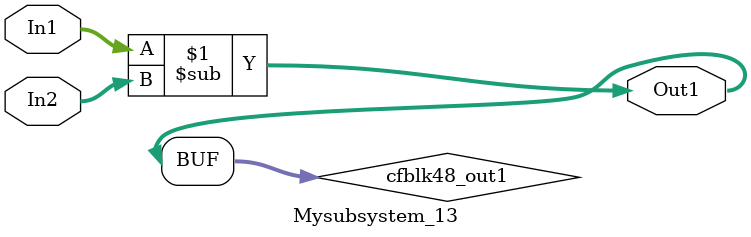
<source format=v>



`timescale 1 ns / 1 ns

module Mysubsystem_13
          (In1,
           In2,
           Out1);


  input   [7:0] In1;  // uint8
  input   [7:0] In2;  // uint8
  output  [7:0] Out1;  // uint8


  wire [7:0] cfblk48_out1;  // uint8


  assign cfblk48_out1 = In1 - In2;



  assign Out1 = cfblk48_out1;

endmodule  // Mysubsystem_13


</source>
